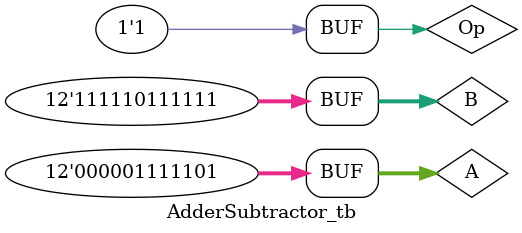
<source format=v>
`timescale 1ns/1ps

module AdderSubtractor_tb;  // 90 ns
    reg [11:0] A;
    reg [11:0] B;
    reg Op;

    wire [11:0] S;
    wire Cout;

    parameter N = 12;

    // GateLevelAS #(N) uut (
    // ContinuousAssignmentAS #(N) uut (
    ProceduralConstructAS #(N) uut (
        .A(A), 
        .B(B), 
        .Op(Op), 
        .S(S), 
        .Cout(Cout)
    );

    initial begin

        A = 12'b000001111101; // A = 1
        B = 12'b111110111111; // B = 1
        Op = 1;        // addition
        #10;

        // A = 6'b100011; // A = -29
        // B = 6'b011010; // B = 26
        // Op = 0;        // addition
        // #10;

        // A = 6'b010110; // A = 22
        // B = 6'b001001; // B = 9
        // Op = 1;        // subtraction
        // #10;

        // A = 6'b111111; // A = -1
        // B = 6'b000001; // B = 1
        // Op = 0;        // addition
        // #10;

        // A = 6'b011011; // A = 27
        // B = 6'b010101; // B = 21
        // Op = 1;        // subtraction
        // #10;

        // // A = 6'b101101; // A = -19
        // // B = 6'b100110; // B = -26
        // // Op = 0;        // addition
        // // #10;

        // A = 6'b000110; // A = 6
        // B = 6'b000001; // B = 1
        // Op = 1;        // subtraction
        // #10;

        // A = 6'b110001; // A = -31
        // B = 6'b001001; // B = 9
        // Op = 1;        // subtraction
        // #10;

        // A = 6'b101011; // A = -21
        // B = 6'b011001; // B = 25
        // Op = 0;        // addition
        // #10;

        // A = 6'b010111; // A = 23
        // B = 6'b000111; // B = 7
        // Op = 1;        // subtraction
        // #10;
    end
endmodule

</source>
